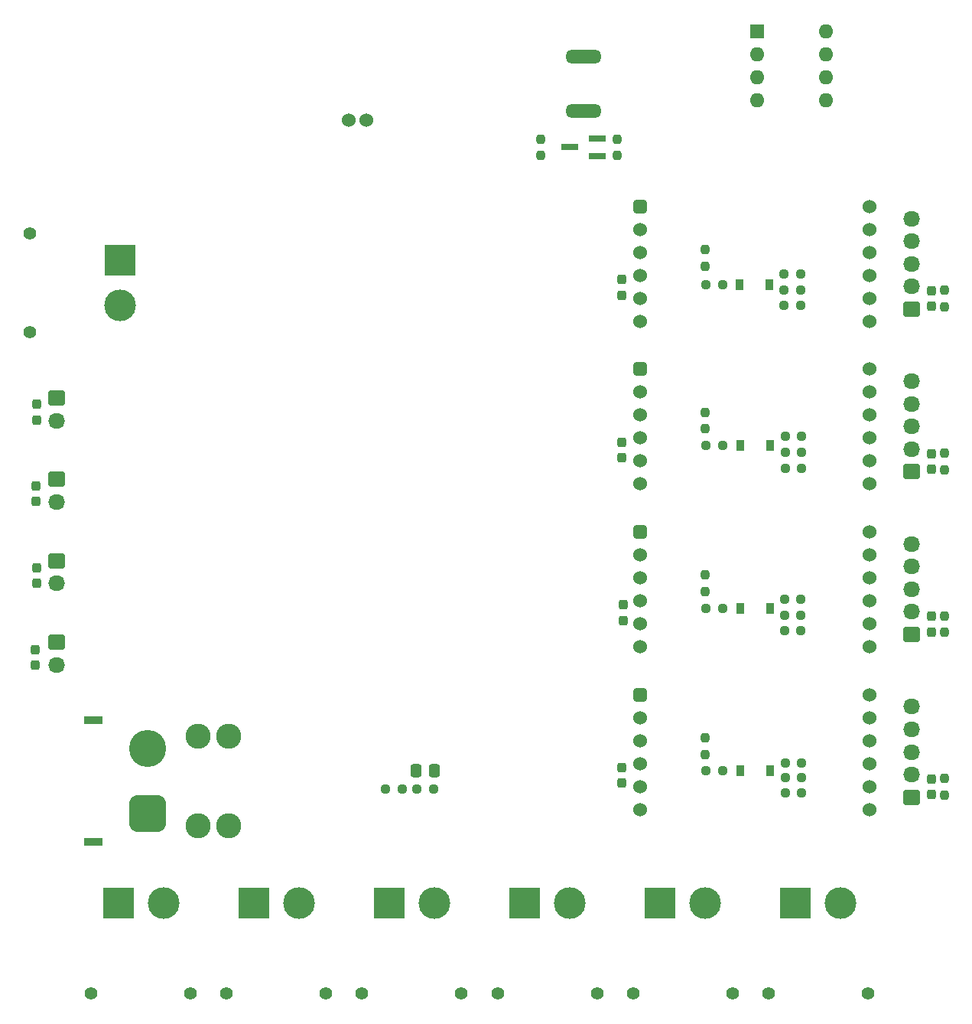
<source format=gbs>
%TF.GenerationSoftware,KiCad,Pcbnew,(6.0.11)*%
%TF.CreationDate,2023-08-03T09:01:04+09:00*%
%TF.ProjectId,power,706f7765-722e-46b6-9963-61645f706362,rev?*%
%TF.SameCoordinates,Original*%
%TF.FileFunction,Soldermask,Bot*%
%TF.FilePolarity,Negative*%
%FSLAX46Y46*%
G04 Gerber Fmt 4.6, Leading zero omitted, Abs format (unit mm)*
G04 Created by KiCad (PCBNEW (6.0.11)) date 2023-08-03 09:01:04*
%MOMM*%
%LPD*%
G01*
G04 APERTURE LIST*
G04 Aperture macros list*
%AMRoundRect*
0 Rectangle with rounded corners*
0 $1 Rounding radius*
0 $2 $3 $4 $5 $6 $7 $8 $9 X,Y pos of 4 corners*
0 Add a 4 corners polygon primitive as box body*
4,1,4,$2,$3,$4,$5,$6,$7,$8,$9,$2,$3,0*
0 Add four circle primitives for the rounded corners*
1,1,$1+$1,$2,$3*
1,1,$1+$1,$4,$5*
1,1,$1+$1,$6,$7*
1,1,$1+$1,$8,$9*
0 Add four rect primitives between the rounded corners*
20,1,$1+$1,$2,$3,$4,$5,0*
20,1,$1+$1,$4,$5,$6,$7,0*
20,1,$1+$1,$6,$7,$8,$9,0*
20,1,$1+$1,$8,$9,$2,$3,0*%
G04 Aperture macros list end*
%ADD10C,1.400000*%
%ADD11R,3.500000X3.500000*%
%ADD12C,3.500000*%
%ADD13RoundRect,0.250000X0.675000X-0.600000X0.675000X0.600000X-0.675000X0.600000X-0.675000X-0.600000X0*%
%ADD14O,1.850000X1.700000*%
%ADD15RoundRect,0.381000X-0.381000X-0.381000X0.381000X-0.381000X0.381000X0.381000X-0.381000X0.381000X0*%
%ADD16C,1.524000*%
%ADD17RoundRect,0.250000X-0.675000X0.600000X-0.675000X-0.600000X0.675000X-0.600000X0.675000X0.600000X0*%
%ADD18C,2.780000*%
%ADD19R,1.600000X1.600000*%
%ADD20O,1.600000X1.600000*%
%ADD21O,4.000000X1.524000*%
%ADD22R,2.000000X0.900000*%
%ADD23RoundRect,1.025000X1.025000X-1.025000X1.025000X1.025000X-1.025000X1.025000X-1.025000X-1.025000X0*%
%ADD24C,4.100000*%
%ADD25RoundRect,0.237500X0.237500X-0.300000X0.237500X0.300000X-0.237500X0.300000X-0.237500X-0.300000X0*%
%ADD26RoundRect,0.237500X-0.250000X-0.237500X0.250000X-0.237500X0.250000X0.237500X-0.250000X0.237500X0*%
%ADD27RoundRect,0.237500X0.237500X-0.250000X0.237500X0.250000X-0.237500X0.250000X-0.237500X-0.250000X0*%
%ADD28RoundRect,0.237500X0.250000X0.237500X-0.250000X0.237500X-0.250000X-0.237500X0.250000X-0.237500X0*%
%ADD29R,0.900000X1.200000*%
%ADD30RoundRect,0.237500X-0.237500X0.250000X-0.237500X-0.250000X0.237500X-0.250000X0.237500X0.250000X0*%
%ADD31R,1.900000X0.800000*%
%ADD32RoundRect,0.250000X-0.337500X-0.475000X0.337500X-0.475000X0.337500X0.475000X-0.337500X0.475000X0*%
G04 APERTURE END LIST*
D10*
%TO.C,J12*%
X164450000Y-156350000D03*
X153450000Y-156350000D03*
D11*
X156450000Y-146350000D03*
D12*
X161450000Y-146350000D03*
%TD*%
D13*
%TO.C,J3*%
X199300000Y-98650000D03*
D14*
X199300000Y-96150000D03*
X199300000Y-93650000D03*
X199300000Y-91150000D03*
X199300000Y-88650000D03*
%TD*%
D15*
%TO.C,U3*%
X169250000Y-105300000D03*
D16*
X169250000Y-107840000D03*
X169250000Y-110380000D03*
X169250000Y-112920000D03*
X169250000Y-115460000D03*
X169250000Y-118000000D03*
X194650000Y-118000000D03*
X194650000Y-115460000D03*
X194650000Y-112920000D03*
X194650000Y-110380000D03*
X194650000Y-107840000D03*
X194650000Y-105300000D03*
%TD*%
D10*
%TO.C,J7*%
X108450000Y-156350000D03*
X119450000Y-156350000D03*
D11*
X111450000Y-146350000D03*
D12*
X116450000Y-146350000D03*
%TD*%
D15*
%TO.C,U4*%
X169250000Y-123300000D03*
D16*
X169250000Y-125840000D03*
X169250000Y-128380000D03*
X169250000Y-130920000D03*
X169250000Y-133460000D03*
X169250000Y-136000000D03*
X194650000Y-136000000D03*
X194650000Y-133460000D03*
X194650000Y-130920000D03*
X194650000Y-128380000D03*
X194650000Y-125840000D03*
X194650000Y-123300000D03*
%TD*%
D13*
%TO.C,J4*%
X199300000Y-116650000D03*
D14*
X199300000Y-114150000D03*
X199300000Y-111650000D03*
X199300000Y-109150000D03*
X199300000Y-106650000D03*
%TD*%
D10*
%TO.C,J6*%
X101625000Y-72250000D03*
X101625000Y-83250000D03*
D11*
X111625000Y-75250000D03*
D12*
X111625000Y-80250000D03*
%TD*%
D13*
%TO.C,J5*%
X199300000Y-134650000D03*
D14*
X199300000Y-132150000D03*
X199300000Y-129650000D03*
X199300000Y-127150000D03*
X199300000Y-124650000D03*
%TD*%
D15*
%TO.C,U2*%
X169250000Y-87300000D03*
D16*
X169250000Y-89840000D03*
X169250000Y-92380000D03*
X169250000Y-94920000D03*
X169250000Y-97460000D03*
X169250000Y-100000000D03*
X194650000Y-100000000D03*
X194650000Y-97460000D03*
X194650000Y-94920000D03*
X194650000Y-92380000D03*
X194650000Y-89840000D03*
X194650000Y-87300000D03*
%TD*%
D17*
%TO.C,J16*%
X104600000Y-117500000D03*
D14*
X104600000Y-120000000D03*
%TD*%
D17*
%TO.C,J10*%
X104600000Y-90500000D03*
D14*
X104600000Y-93000000D03*
%TD*%
D10*
%TO.C,J13*%
X168450000Y-156350000D03*
X179450000Y-156350000D03*
D11*
X171450000Y-146350000D03*
D12*
X176450000Y-146350000D03*
%TD*%
D10*
%TO.C,J14*%
X194450000Y-156350000D03*
X183450000Y-156350000D03*
D11*
X186450000Y-146350000D03*
D12*
X191450000Y-146350000D03*
%TD*%
D15*
%TO.C,U1*%
X169250000Y-69300000D03*
D16*
X169250000Y-71840000D03*
X169250000Y-74380000D03*
X169250000Y-76920000D03*
X169250000Y-79460000D03*
X169250000Y-82000000D03*
X194650000Y-82000000D03*
X194650000Y-79460000D03*
X194650000Y-76920000D03*
X194650000Y-74380000D03*
X194650000Y-71840000D03*
X194650000Y-69300000D03*
%TD*%
D18*
%TO.C,F1*%
X120250000Y-127890000D03*
X123650000Y-127890000D03*
X123650000Y-137810000D03*
X120250000Y-137810000D03*
%TD*%
D17*
%TO.C,J15*%
X104600000Y-108500000D03*
D14*
X104600000Y-111000000D03*
%TD*%
D10*
%TO.C,J8*%
X134450000Y-156350000D03*
X123450000Y-156350000D03*
D11*
X126450000Y-146350000D03*
D12*
X131450000Y-146350000D03*
%TD*%
D13*
%TO.C,J2*%
X199300000Y-80650000D03*
D14*
X199300000Y-78150000D03*
X199300000Y-75650000D03*
X199300000Y-73150000D03*
X199300000Y-70650000D03*
%TD*%
D16*
%TO.C,MES1*%
X138950000Y-59750000D03*
X136950000Y-59735000D03*
%TD*%
D19*
%TO.C,SW2*%
X182150000Y-49950000D03*
D20*
X182150000Y-52490000D03*
X182150000Y-55030000D03*
X182150000Y-57570000D03*
X189770000Y-57570000D03*
X189770000Y-55030000D03*
X189770000Y-52490000D03*
X189770000Y-49950000D03*
%TD*%
D21*
%TO.C,SW1*%
X162950000Y-58750000D03*
X162950000Y-52750000D03*
%TD*%
D10*
%TO.C,J9*%
X149450000Y-156350000D03*
X138450000Y-156350000D03*
D11*
X141450000Y-146350000D03*
D12*
X146450000Y-146350000D03*
%TD*%
D17*
%TO.C,J11*%
X104600000Y-99500000D03*
D14*
X104600000Y-102000000D03*
%TD*%
D22*
%TO.C,J1*%
X108700000Y-139600000D03*
X108700000Y-126100000D03*
D23*
X114700000Y-136450000D03*
D24*
X114700000Y-129250000D03*
%TD*%
D25*
%TO.C,C12*%
X102370000Y-101930000D03*
X102370000Y-100205000D03*
%TD*%
D26*
%TO.C,R2*%
X144537500Y-133750000D03*
X146362500Y-133750000D03*
%TD*%
D25*
%TO.C,C4*%
X167200000Y-97112500D03*
X167200000Y-95387500D03*
%TD*%
D27*
%TO.C,R3*%
X158250000Y-63662500D03*
X158250000Y-61837500D03*
%TD*%
D28*
%TO.C,R12*%
X187112500Y-94750000D03*
X185287500Y-94750000D03*
%TD*%
D29*
%TO.C,D4*%
X180300000Y-113750000D03*
X183600000Y-113750000D03*
%TD*%
D27*
%TO.C,R27*%
X176450000Y-111912500D03*
X176450000Y-110087500D03*
%TD*%
D28*
%TO.C,R20*%
X187112500Y-134180000D03*
X185287500Y-134180000D03*
%TD*%
D27*
%TO.C,R25*%
X176450000Y-75912500D03*
X176450000Y-74087500D03*
%TD*%
D30*
%TO.C,R4*%
X166662500Y-61837500D03*
X166662500Y-63662500D03*
%TD*%
D28*
%TO.C,R18*%
X187025000Y-114500000D03*
X185200000Y-114500000D03*
%TD*%
D31*
%TO.C,Q2*%
X164450000Y-61800000D03*
X164450000Y-63700000D03*
X161450000Y-62750000D03*
%TD*%
D29*
%TO.C,D3*%
X180300000Y-95750000D03*
X183600000Y-95750000D03*
%TD*%
D30*
%TO.C,R14*%
X202950000Y-96587500D03*
X202950000Y-98412500D03*
%TD*%
D28*
%TO.C,R10*%
X187112500Y-98250000D03*
X185287500Y-98250000D03*
%TD*%
%TO.C,R21*%
X187112500Y-132500000D03*
X185287500Y-132500000D03*
%TD*%
D25*
%TO.C,C14*%
X102220000Y-120042500D03*
X102220000Y-118317500D03*
%TD*%
D28*
%TO.C,R7*%
X187000000Y-80250000D03*
X185175000Y-80250000D03*
%TD*%
D30*
%TO.C,R23*%
X202950000Y-114587500D03*
X202950000Y-116412500D03*
%TD*%
D25*
%TO.C,C6*%
X167200000Y-133112500D03*
X167200000Y-131387500D03*
%TD*%
%TO.C,C3*%
X167200000Y-79112500D03*
X167200000Y-77387500D03*
%TD*%
D32*
%TO.C,C1*%
X144412500Y-131750000D03*
X146487500Y-131750000D03*
%TD*%
D28*
%TO.C,R11*%
X187112500Y-96500000D03*
X185287500Y-96500000D03*
%TD*%
%TO.C,R1*%
X142862500Y-133750000D03*
X141037500Y-133750000D03*
%TD*%
D25*
%TO.C,C11*%
X102440000Y-92912500D03*
X102440000Y-91187500D03*
%TD*%
D29*
%TO.C,D5*%
X180300000Y-131750000D03*
X183600000Y-131750000D03*
%TD*%
D28*
%TO.C,R19*%
X187025000Y-112750000D03*
X185200000Y-112750000D03*
%TD*%
D30*
%TO.C,R13*%
X202950000Y-78587500D03*
X202950000Y-80412500D03*
%TD*%
D27*
%TO.C,R28*%
X176450000Y-129912500D03*
X176450000Y-128087500D03*
%TD*%
D28*
%TO.C,R17*%
X187025000Y-116250000D03*
X185200000Y-116250000D03*
%TD*%
%TO.C,R22*%
X187112500Y-130850000D03*
X185287500Y-130850000D03*
%TD*%
D26*
%TO.C,R15*%
X176537500Y-113750000D03*
X178362500Y-113750000D03*
%TD*%
D29*
%TO.C,D2*%
X180250000Y-78000000D03*
X183550000Y-78000000D03*
%TD*%
D25*
%TO.C,C9*%
X201450000Y-116362500D03*
X201450000Y-114637500D03*
%TD*%
D27*
%TO.C,R26*%
X176450000Y-93887500D03*
X176450000Y-92062500D03*
%TD*%
D25*
%TO.C,C10*%
X201450000Y-134362500D03*
X201450000Y-132637500D03*
%TD*%
D26*
%TO.C,R16*%
X176537500Y-131750000D03*
X178362500Y-131750000D03*
%TD*%
%TO.C,R5*%
X176537500Y-78000000D03*
X178362500Y-78000000D03*
%TD*%
D25*
%TO.C,C7*%
X201450000Y-80362500D03*
X201450000Y-78637500D03*
%TD*%
D28*
%TO.C,R8*%
X187000000Y-78530000D03*
X185175000Y-78530000D03*
%TD*%
D26*
%TO.C,R6*%
X176537500Y-95750000D03*
X178362500Y-95750000D03*
%TD*%
D28*
%TO.C,R9*%
X187000000Y-76750000D03*
X185175000Y-76750000D03*
%TD*%
D25*
%TO.C,C8*%
X201450000Y-98362500D03*
X201450000Y-96637500D03*
%TD*%
%TO.C,C5*%
X167350000Y-115112500D03*
X167350000Y-113387500D03*
%TD*%
D30*
%TO.C,R24*%
X202950000Y-132587500D03*
X202950000Y-134412500D03*
%TD*%
D25*
%TO.C,C13*%
X102390000Y-110985000D03*
X102390000Y-109260000D03*
%TD*%
M02*

</source>
